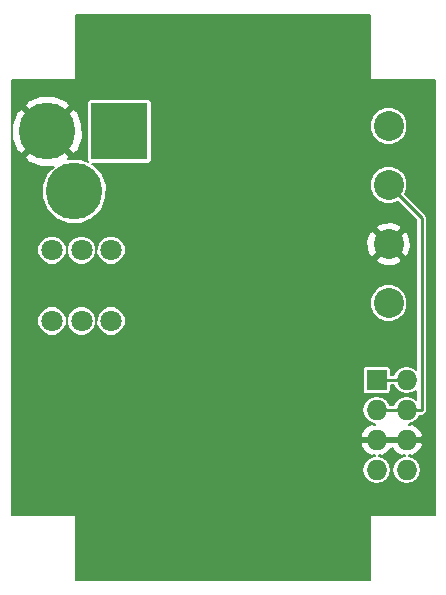
<source format=gbr>
%FSLAX46Y46*%
G04 Gerber Fmt 4.6, Leading zero omitted, Abs format (unit mm)*
G04 Created by KiCad (PCBNEW (2014-10-22 BZR 5214)-product) date Sun 11 Oct 2015 07:22:09 PM EDT*
%MOMM*%
G01*
G04 APERTURE LIST*
%ADD10C,0.200000*%
%ADD11R,1.727200X1.727200*%
%ADD12O,1.727200X1.727200*%
%ADD13C,1.800000*%
%ADD14C,2.540000*%
%ADD15C,4.800600*%
%ADD16R,4.800600X4.800600*%
%ADD17C,0.889000*%
%ADD18C,0.254000*%
%ADD19C,0.152400*%
G04 APERTURE END LIST*
D10*
D11*
X183000000Y-132000000D03*
D12*
X185540000Y-132000000D03*
X183000000Y-134540000D03*
X185540000Y-134540000D03*
X183000000Y-137080000D03*
X185540000Y-137080000D03*
X183000000Y-139620000D03*
X185540000Y-139620000D03*
D13*
X155500000Y-121000000D03*
X158000000Y-121000000D03*
X160500000Y-121000000D03*
X155500000Y-127000000D03*
X158000000Y-127000000D03*
X160500000Y-127000000D03*
D14*
X184000000Y-120500000D03*
X184000000Y-115500000D03*
X184000000Y-110500000D03*
X184000000Y-125500000D03*
D15*
X155100000Y-110950000D03*
D16*
X161196000Y-110950000D03*
D15*
X157386000Y-116030000D03*
D17*
X174653700Y-108883000D03*
X174000000Y-123517000D03*
X153900000Y-135400000D03*
X153900000Y-139400000D03*
X174835000Y-135853300D03*
X173060900Y-141995500D03*
X170928800Y-144781100D03*
X154250000Y-131658500D03*
X174647700Y-117316400D03*
X178000000Y-134822900D03*
X171640000Y-110271300D03*
D18*
X185540000Y-132000000D02*
X183000000Y-132000000D01*
X183000000Y-134540000D02*
X184244900Y-134540000D01*
X185540000Y-133917500D02*
X185050000Y-134550000D01*
X185050000Y-134550000D02*
X184244900Y-134540000D01*
X185540000Y-133917500D02*
X185550000Y-134500000D01*
X185540000Y-134540000D02*
X185540000Y-133917500D01*
X184000000Y-115500000D02*
X186787400Y-118287400D01*
X186787400Y-118287400D02*
X186800000Y-134550000D01*
X186800000Y-134550000D02*
X185500000Y-134550000D01*
X185500000Y-134550000D02*
X185550000Y-134500000D01*
D19*
G36*
X187923800Y-143423800D02*
X187257200Y-143423800D01*
X187257200Y-134550000D01*
X187257164Y-134549823D01*
X187257200Y-134549646D01*
X187244600Y-118287400D01*
X187244600Y-118287046D01*
X187227197Y-118199913D01*
X187209798Y-118112437D01*
X187209697Y-118112286D01*
X187209662Y-118112110D01*
X187160484Y-118038634D01*
X187110689Y-117964111D01*
X185414007Y-116267429D01*
X185599922Y-115819696D01*
X185600477Y-115183097D01*
X185600477Y-110183097D01*
X185357375Y-109594744D01*
X184907624Y-109144207D01*
X184319696Y-108900078D01*
X183683097Y-108899523D01*
X183094744Y-109142625D01*
X182644207Y-109592376D01*
X182400078Y-110180304D01*
X182399523Y-110816903D01*
X182642625Y-111405256D01*
X183092376Y-111855793D01*
X183680304Y-112099922D01*
X184316903Y-112100477D01*
X184905256Y-111857375D01*
X185355793Y-111407624D01*
X185599922Y-110819696D01*
X185600477Y-110183097D01*
X185600477Y-115183097D01*
X185357375Y-114594744D01*
X184907624Y-114144207D01*
X184319696Y-113900078D01*
X183683097Y-113899523D01*
X183094744Y-114142625D01*
X182644207Y-114592376D01*
X182400078Y-115180304D01*
X182399523Y-115816903D01*
X182642625Y-116405256D01*
X183092376Y-116855793D01*
X183680304Y-117099922D01*
X184316903Y-117100477D01*
X184767653Y-116914231D01*
X186330346Y-118476924D01*
X186340135Y-131110822D01*
X186020235Y-130897073D01*
X185871650Y-130867517D01*
X185871650Y-120766491D01*
X185831161Y-120029956D01*
X185627198Y-119537545D01*
X185352831Y-119398616D01*
X185101384Y-119650063D01*
X185101384Y-119147169D01*
X184962455Y-118872802D01*
X184266491Y-118628350D01*
X183529956Y-118668839D01*
X183037545Y-118872802D01*
X182898616Y-119147169D01*
X184000000Y-120248553D01*
X185101384Y-119147169D01*
X185101384Y-119650063D01*
X184251447Y-120500000D01*
X185352831Y-121601384D01*
X185627198Y-121462455D01*
X185871650Y-120766491D01*
X185871650Y-130867517D01*
X185600477Y-130813577D01*
X185600477Y-125183097D01*
X185357375Y-124594744D01*
X185101384Y-124338305D01*
X185101384Y-121852831D01*
X184000000Y-120751447D01*
X183748553Y-121002894D01*
X183748553Y-120500000D01*
X182647169Y-119398616D01*
X182372802Y-119537545D01*
X182128350Y-120233509D01*
X182168839Y-120970044D01*
X182372802Y-121462455D01*
X182647169Y-121601384D01*
X183748553Y-120500000D01*
X183748553Y-121002894D01*
X182898616Y-121852831D01*
X183037545Y-122127198D01*
X183733509Y-122371650D01*
X184470044Y-122331161D01*
X184962455Y-122127198D01*
X185101384Y-121852831D01*
X185101384Y-124338305D01*
X184907624Y-124144207D01*
X184319696Y-123900078D01*
X183683097Y-123899523D01*
X183094744Y-124142625D01*
X182644207Y-124592376D01*
X182400078Y-125180304D01*
X182399523Y-125816903D01*
X182642625Y-126405256D01*
X183092376Y-126855793D01*
X183680304Y-127099922D01*
X184316903Y-127100477D01*
X184905256Y-126857375D01*
X185355793Y-126407624D01*
X185599922Y-125819696D01*
X185600477Y-125183097D01*
X185600477Y-130813577D01*
X185563388Y-130806200D01*
X185516612Y-130806200D01*
X185059765Y-130897073D01*
X184672468Y-131155856D01*
X184413920Y-131542800D01*
X184193800Y-131542800D01*
X184193800Y-131070719D01*
X184143530Y-130949357D01*
X184050643Y-130856470D01*
X183929281Y-130806200D01*
X183797919Y-130806200D01*
X182070719Y-130806200D01*
X181949357Y-130856470D01*
X181856470Y-130949357D01*
X181806200Y-131070719D01*
X181806200Y-131202081D01*
X181806200Y-132929281D01*
X181856470Y-133050643D01*
X181949357Y-133143530D01*
X182070719Y-133193800D01*
X182202081Y-133193800D01*
X183929281Y-133193800D01*
X184050643Y-133143530D01*
X184143530Y-133050643D01*
X184193800Y-132929281D01*
X184193800Y-132797919D01*
X184193800Y-132457200D01*
X184413920Y-132457200D01*
X184672468Y-132844144D01*
X185059765Y-133102927D01*
X185516612Y-133193800D01*
X185563388Y-133193800D01*
X186020235Y-133102927D01*
X186341512Y-132888256D01*
X186342104Y-133652138D01*
X186020235Y-133437073D01*
X185563388Y-133346200D01*
X185516612Y-133346200D01*
X185059765Y-133437073D01*
X184672468Y-133695856D01*
X184413685Y-134083153D01*
X184413346Y-134084856D01*
X184250578Y-134082835D01*
X184247734Y-134083363D01*
X184244900Y-134082800D01*
X184126079Y-134082800D01*
X183867532Y-133695856D01*
X183480235Y-133437073D01*
X183023388Y-133346200D01*
X182976612Y-133346200D01*
X182519765Y-133437073D01*
X182132468Y-133695856D01*
X181873685Y-134083153D01*
X181782812Y-134540000D01*
X181873685Y-134996847D01*
X182132468Y-135384144D01*
X182519765Y-135642927D01*
X182822198Y-135703084D01*
X182822198Y-135789194D01*
X182599615Y-135688649D01*
X182097646Y-135947780D01*
X181733052Y-136379281D01*
X181608663Y-136679618D01*
X181710450Y-136902200D01*
X182822200Y-136902200D01*
X182822200Y-136882200D01*
X183177800Y-136882200D01*
X183177800Y-136902200D01*
X184250450Y-136902200D01*
X184289550Y-136902200D01*
X185362200Y-136902200D01*
X185362200Y-136882200D01*
X185717800Y-136882200D01*
X185717800Y-136902200D01*
X186829550Y-136902200D01*
X186931337Y-136679618D01*
X186806948Y-136379281D01*
X186442354Y-135947780D01*
X185940385Y-135688649D01*
X185717802Y-135789194D01*
X185717802Y-135703084D01*
X186020235Y-135642927D01*
X186407532Y-135384144D01*
X186659397Y-135007200D01*
X186800000Y-135007200D01*
X186800176Y-135007164D01*
X186800354Y-135007200D01*
X186887486Y-134989797D01*
X186974963Y-134972398D01*
X186975113Y-134972297D01*
X186975290Y-134972262D01*
X187049209Y-134922787D01*
X187123289Y-134873289D01*
X187123388Y-134873139D01*
X187123539Y-134873039D01*
X187172874Y-134799079D01*
X187222398Y-134724963D01*
X187222433Y-134724785D01*
X187222533Y-134724636D01*
X187239809Y-134637426D01*
X187257200Y-134550000D01*
X187257200Y-143423800D01*
X186931337Y-143423800D01*
X186931337Y-137480382D01*
X186829550Y-137257800D01*
X185717800Y-137257800D01*
X185717800Y-137277800D01*
X185362200Y-137277800D01*
X185362200Y-137257800D01*
X184289550Y-137257800D01*
X184250450Y-137257800D01*
X183177800Y-137257800D01*
X183177800Y-137277800D01*
X182822200Y-137277800D01*
X182822200Y-137257800D01*
X181710450Y-137257800D01*
X181608663Y-137480382D01*
X181733052Y-137780719D01*
X182097646Y-138212220D01*
X182599615Y-138471351D01*
X182822198Y-138370805D01*
X182822198Y-138456914D01*
X182519765Y-138517073D01*
X182132468Y-138775856D01*
X181873685Y-139163153D01*
X181782812Y-139620000D01*
X181873685Y-140076847D01*
X182132468Y-140464144D01*
X182519765Y-140722927D01*
X182976612Y-140813800D01*
X183023388Y-140813800D01*
X183480235Y-140722927D01*
X183867532Y-140464144D01*
X184126315Y-140076847D01*
X184217188Y-139620000D01*
X184126315Y-139163153D01*
X183867532Y-138775856D01*
X183480235Y-138517073D01*
X183177802Y-138456915D01*
X183177802Y-138370805D01*
X183400385Y-138471351D01*
X183902354Y-138212220D01*
X184266948Y-137780719D01*
X184270000Y-137773349D01*
X184273052Y-137780719D01*
X184637646Y-138212220D01*
X185139615Y-138471351D01*
X185362198Y-138370805D01*
X185362198Y-138456914D01*
X185059765Y-138517073D01*
X184672468Y-138775856D01*
X184413685Y-139163153D01*
X184322812Y-139620000D01*
X184413685Y-140076847D01*
X184672468Y-140464144D01*
X185059765Y-140722927D01*
X185516612Y-140813800D01*
X185563388Y-140813800D01*
X186020235Y-140722927D01*
X186407532Y-140464144D01*
X186666315Y-140076847D01*
X186757188Y-139620000D01*
X186666315Y-139163153D01*
X186407532Y-138775856D01*
X186020235Y-138517073D01*
X185717802Y-138456915D01*
X185717802Y-138370805D01*
X185940385Y-138471351D01*
X186442354Y-138212220D01*
X186806948Y-137780719D01*
X186931337Y-137480382D01*
X186931337Y-143423800D01*
X186757188Y-143423800D01*
X184217188Y-143423800D01*
X182423800Y-143423800D01*
X182423800Y-148923800D01*
X163926500Y-148923800D01*
X163926500Y-113415981D01*
X163926500Y-113284619D01*
X163926500Y-108484019D01*
X163876230Y-108362657D01*
X163783343Y-108269770D01*
X163661981Y-108219500D01*
X163530619Y-108219500D01*
X158730019Y-108219500D01*
X158608657Y-108269770D01*
X158515770Y-108362657D01*
X158465500Y-108484019D01*
X158465500Y-108615381D01*
X158465500Y-113415981D01*
X158515770Y-113537343D01*
X158524724Y-113546297D01*
X158095343Y-113368002D01*
X158095343Y-111486266D01*
X158072557Y-110299178D01*
X157662117Y-109308286D01*
X157270294Y-109031153D01*
X157018847Y-109282600D01*
X157018847Y-108779706D01*
X156741714Y-108387883D01*
X155636266Y-107954657D01*
X154449178Y-107977443D01*
X153458286Y-108387883D01*
X153181153Y-108779706D01*
X155100000Y-110698553D01*
X157018847Y-108779706D01*
X157018847Y-109282600D01*
X155351447Y-110950000D01*
X157270294Y-112868847D01*
X157662117Y-112591714D01*
X158095343Y-111486266D01*
X158095343Y-113368002D01*
X157931513Y-113299975D01*
X156892401Y-113299068D01*
X157018847Y-113120294D01*
X155100000Y-111201447D01*
X154848553Y-111452894D01*
X154848553Y-110950000D01*
X152929706Y-109031153D01*
X152537883Y-109308286D01*
X152104657Y-110413734D01*
X152127443Y-111600822D01*
X152537883Y-112591714D01*
X152929706Y-112868847D01*
X154848553Y-110950000D01*
X154848553Y-111452894D01*
X153181153Y-113120294D01*
X153458286Y-113512117D01*
X154563734Y-113945343D01*
X155629914Y-113924877D01*
X155072544Y-114481276D01*
X154655975Y-115484487D01*
X154655027Y-116570747D01*
X155069845Y-117574684D01*
X155837276Y-118343456D01*
X156840487Y-118760025D01*
X157926747Y-118760973D01*
X158930684Y-118346155D01*
X159699456Y-117578724D01*
X160116025Y-116575513D01*
X160116973Y-115489253D01*
X159702155Y-114485316D01*
X158934724Y-113716544D01*
X158847920Y-113680500D01*
X158861381Y-113680500D01*
X163661981Y-113680500D01*
X163783343Y-113630230D01*
X163876230Y-113537343D01*
X163926500Y-113415981D01*
X163926500Y-148923800D01*
X161730413Y-148923800D01*
X161730413Y-126756372D01*
X161730413Y-120756372D01*
X161543521Y-120304058D01*
X161197762Y-119957695D01*
X160745775Y-119770014D01*
X160256372Y-119769587D01*
X159804058Y-119956479D01*
X159457695Y-120302238D01*
X159270014Y-120754225D01*
X159269587Y-121243628D01*
X159456479Y-121695942D01*
X159802238Y-122042305D01*
X160254225Y-122229986D01*
X160743628Y-122230413D01*
X161195942Y-122043521D01*
X161542305Y-121697762D01*
X161729986Y-121245775D01*
X161730413Y-120756372D01*
X161730413Y-126756372D01*
X161543521Y-126304058D01*
X161197762Y-125957695D01*
X160745775Y-125770014D01*
X160256372Y-125769587D01*
X159804058Y-125956479D01*
X159457695Y-126302238D01*
X159270014Y-126754225D01*
X159269587Y-127243628D01*
X159456479Y-127695942D01*
X159802238Y-128042305D01*
X160254225Y-128229986D01*
X160743628Y-128230413D01*
X161195942Y-128043521D01*
X161542305Y-127697762D01*
X161729986Y-127245775D01*
X161730413Y-126756372D01*
X161730413Y-148923800D01*
X159230413Y-148923800D01*
X159230413Y-126756372D01*
X159230413Y-120756372D01*
X159043521Y-120304058D01*
X158697762Y-119957695D01*
X158245775Y-119770014D01*
X157756372Y-119769587D01*
X157304058Y-119956479D01*
X156957695Y-120302238D01*
X156770014Y-120754225D01*
X156769587Y-121243628D01*
X156956479Y-121695942D01*
X157302238Y-122042305D01*
X157754225Y-122229986D01*
X158243628Y-122230413D01*
X158695942Y-122043521D01*
X159042305Y-121697762D01*
X159229986Y-121245775D01*
X159230413Y-120756372D01*
X159230413Y-126756372D01*
X159043521Y-126304058D01*
X158697762Y-125957695D01*
X158245775Y-125770014D01*
X157756372Y-125769587D01*
X157304058Y-125956479D01*
X156957695Y-126302238D01*
X156770014Y-126754225D01*
X156769587Y-127243628D01*
X156956479Y-127695942D01*
X157302238Y-128042305D01*
X157754225Y-128229986D01*
X158243628Y-128230413D01*
X158695942Y-128043521D01*
X159042305Y-127697762D01*
X159229986Y-127245775D01*
X159230413Y-126756372D01*
X159230413Y-148923800D01*
X157576200Y-148923800D01*
X157576200Y-143423800D01*
X156730413Y-143423800D01*
X156730413Y-126756372D01*
X156730413Y-120756372D01*
X156543521Y-120304058D01*
X156197762Y-119957695D01*
X155745775Y-119770014D01*
X155256372Y-119769587D01*
X154804058Y-119956479D01*
X154457695Y-120302238D01*
X154270014Y-120754225D01*
X154269587Y-121243628D01*
X154456479Y-121695942D01*
X154802238Y-122042305D01*
X155254225Y-122229986D01*
X155743628Y-122230413D01*
X156195942Y-122043521D01*
X156542305Y-121697762D01*
X156729986Y-121245775D01*
X156730413Y-120756372D01*
X156730413Y-126756372D01*
X156543521Y-126304058D01*
X156197762Y-125957695D01*
X155745775Y-125770014D01*
X155256372Y-125769587D01*
X154804058Y-125956479D01*
X154457695Y-126302238D01*
X154270014Y-126754225D01*
X154269587Y-127243628D01*
X154456479Y-127695942D01*
X154802238Y-128042305D01*
X155254225Y-128229986D01*
X155743628Y-128230413D01*
X156195942Y-128043521D01*
X156542305Y-127697762D01*
X156729986Y-127245775D01*
X156730413Y-126756372D01*
X156730413Y-143423800D01*
X152076200Y-143423800D01*
X152076200Y-106576200D01*
X157576200Y-106576200D01*
X157576200Y-101076200D01*
X182423800Y-101076200D01*
X182423800Y-106576200D01*
X187923800Y-106576200D01*
X187923800Y-143423800D01*
X187923800Y-143423800D01*
G37*
X187923800Y-143423800D02*
X187257200Y-143423800D01*
X187257200Y-134550000D01*
X187257164Y-134549823D01*
X187257200Y-134549646D01*
X187244600Y-118287400D01*
X187244600Y-118287046D01*
X187227197Y-118199913D01*
X187209798Y-118112437D01*
X187209697Y-118112286D01*
X187209662Y-118112110D01*
X187160484Y-118038634D01*
X187110689Y-117964111D01*
X185414007Y-116267429D01*
X185599922Y-115819696D01*
X185600477Y-115183097D01*
X185600477Y-110183097D01*
X185357375Y-109594744D01*
X184907624Y-109144207D01*
X184319696Y-108900078D01*
X183683097Y-108899523D01*
X183094744Y-109142625D01*
X182644207Y-109592376D01*
X182400078Y-110180304D01*
X182399523Y-110816903D01*
X182642625Y-111405256D01*
X183092376Y-111855793D01*
X183680304Y-112099922D01*
X184316903Y-112100477D01*
X184905256Y-111857375D01*
X185355793Y-111407624D01*
X185599922Y-110819696D01*
X185600477Y-110183097D01*
X185600477Y-115183097D01*
X185357375Y-114594744D01*
X184907624Y-114144207D01*
X184319696Y-113900078D01*
X183683097Y-113899523D01*
X183094744Y-114142625D01*
X182644207Y-114592376D01*
X182400078Y-115180304D01*
X182399523Y-115816903D01*
X182642625Y-116405256D01*
X183092376Y-116855793D01*
X183680304Y-117099922D01*
X184316903Y-117100477D01*
X184767653Y-116914231D01*
X186330346Y-118476924D01*
X186340135Y-131110822D01*
X186020235Y-130897073D01*
X185871650Y-130867517D01*
X185871650Y-120766491D01*
X185831161Y-120029956D01*
X185627198Y-119537545D01*
X185352831Y-119398616D01*
X185101384Y-119650063D01*
X185101384Y-119147169D01*
X184962455Y-118872802D01*
X184266491Y-118628350D01*
X183529956Y-118668839D01*
X183037545Y-118872802D01*
X182898616Y-119147169D01*
X184000000Y-120248553D01*
X185101384Y-119147169D01*
X185101384Y-119650063D01*
X184251447Y-120500000D01*
X185352831Y-121601384D01*
X185627198Y-121462455D01*
X185871650Y-120766491D01*
X185871650Y-130867517D01*
X185600477Y-130813577D01*
X185600477Y-125183097D01*
X185357375Y-124594744D01*
X185101384Y-124338305D01*
X185101384Y-121852831D01*
X184000000Y-120751447D01*
X183748553Y-121002894D01*
X183748553Y-120500000D01*
X182647169Y-119398616D01*
X182372802Y-119537545D01*
X182128350Y-120233509D01*
X182168839Y-120970044D01*
X182372802Y-121462455D01*
X182647169Y-121601384D01*
X183748553Y-120500000D01*
X183748553Y-121002894D01*
X182898616Y-121852831D01*
X183037545Y-122127198D01*
X183733509Y-122371650D01*
X184470044Y-122331161D01*
X184962455Y-122127198D01*
X185101384Y-121852831D01*
X185101384Y-124338305D01*
X184907624Y-124144207D01*
X184319696Y-123900078D01*
X183683097Y-123899523D01*
X183094744Y-124142625D01*
X182644207Y-124592376D01*
X182400078Y-125180304D01*
X182399523Y-125816903D01*
X182642625Y-126405256D01*
X183092376Y-126855793D01*
X183680304Y-127099922D01*
X184316903Y-127100477D01*
X184905256Y-126857375D01*
X185355793Y-126407624D01*
X185599922Y-125819696D01*
X185600477Y-125183097D01*
X185600477Y-130813577D01*
X185563388Y-130806200D01*
X185516612Y-130806200D01*
X185059765Y-130897073D01*
X184672468Y-131155856D01*
X184413920Y-131542800D01*
X184193800Y-131542800D01*
X184193800Y-131070719D01*
X184143530Y-130949357D01*
X184050643Y-130856470D01*
X183929281Y-130806200D01*
X183797919Y-130806200D01*
X182070719Y-130806200D01*
X181949357Y-130856470D01*
X181856470Y-130949357D01*
X181806200Y-131070719D01*
X181806200Y-131202081D01*
X181806200Y-132929281D01*
X181856470Y-133050643D01*
X181949357Y-133143530D01*
X182070719Y-133193800D01*
X182202081Y-133193800D01*
X183929281Y-133193800D01*
X184050643Y-133143530D01*
X184143530Y-133050643D01*
X184193800Y-132929281D01*
X184193800Y-132797919D01*
X184193800Y-132457200D01*
X184413920Y-132457200D01*
X184672468Y-132844144D01*
X185059765Y-133102927D01*
X185516612Y-133193800D01*
X185563388Y-133193800D01*
X186020235Y-133102927D01*
X186341512Y-132888256D01*
X186342104Y-133652138D01*
X186020235Y-133437073D01*
X185563388Y-133346200D01*
X185516612Y-133346200D01*
X185059765Y-133437073D01*
X184672468Y-133695856D01*
X184413685Y-134083153D01*
X184413346Y-134084856D01*
X184250578Y-134082835D01*
X184247734Y-134083363D01*
X184244900Y-134082800D01*
X184126079Y-134082800D01*
X183867532Y-133695856D01*
X183480235Y-133437073D01*
X183023388Y-133346200D01*
X182976612Y-133346200D01*
X182519765Y-133437073D01*
X182132468Y-133695856D01*
X181873685Y-134083153D01*
X181782812Y-134540000D01*
X181873685Y-134996847D01*
X182132468Y-135384144D01*
X182519765Y-135642927D01*
X182822198Y-135703084D01*
X182822198Y-135789194D01*
X182599615Y-135688649D01*
X182097646Y-135947780D01*
X181733052Y-136379281D01*
X181608663Y-136679618D01*
X181710450Y-136902200D01*
X182822200Y-136902200D01*
X182822200Y-136882200D01*
X183177800Y-136882200D01*
X183177800Y-136902200D01*
X184250450Y-136902200D01*
X184289550Y-136902200D01*
X185362200Y-136902200D01*
X185362200Y-136882200D01*
X185717800Y-136882200D01*
X185717800Y-136902200D01*
X186829550Y-136902200D01*
X186931337Y-136679618D01*
X186806948Y-136379281D01*
X186442354Y-135947780D01*
X185940385Y-135688649D01*
X185717802Y-135789194D01*
X185717802Y-135703084D01*
X186020235Y-135642927D01*
X186407532Y-135384144D01*
X186659397Y-135007200D01*
X186800000Y-135007200D01*
X186800176Y-135007164D01*
X186800354Y-135007200D01*
X186887486Y-134989797D01*
X186974963Y-134972398D01*
X186975113Y-134972297D01*
X186975290Y-134972262D01*
X187049209Y-134922787D01*
X187123289Y-134873289D01*
X187123388Y-134873139D01*
X187123539Y-134873039D01*
X187172874Y-134799079D01*
X187222398Y-134724963D01*
X187222433Y-134724785D01*
X187222533Y-134724636D01*
X187239809Y-134637426D01*
X187257200Y-134550000D01*
X187257200Y-143423800D01*
X186931337Y-143423800D01*
X186931337Y-137480382D01*
X186829550Y-137257800D01*
X185717800Y-137257800D01*
X185717800Y-137277800D01*
X185362200Y-137277800D01*
X185362200Y-137257800D01*
X184289550Y-137257800D01*
X184250450Y-137257800D01*
X183177800Y-137257800D01*
X183177800Y-137277800D01*
X182822200Y-137277800D01*
X182822200Y-137257800D01*
X181710450Y-137257800D01*
X181608663Y-137480382D01*
X181733052Y-137780719D01*
X182097646Y-138212220D01*
X182599615Y-138471351D01*
X182822198Y-138370805D01*
X182822198Y-138456914D01*
X182519765Y-138517073D01*
X182132468Y-138775856D01*
X181873685Y-139163153D01*
X181782812Y-139620000D01*
X181873685Y-140076847D01*
X182132468Y-140464144D01*
X182519765Y-140722927D01*
X182976612Y-140813800D01*
X183023388Y-140813800D01*
X183480235Y-140722927D01*
X183867532Y-140464144D01*
X184126315Y-140076847D01*
X184217188Y-139620000D01*
X184126315Y-139163153D01*
X183867532Y-138775856D01*
X183480235Y-138517073D01*
X183177802Y-138456915D01*
X183177802Y-138370805D01*
X183400385Y-138471351D01*
X183902354Y-138212220D01*
X184266948Y-137780719D01*
X184270000Y-137773349D01*
X184273052Y-137780719D01*
X184637646Y-138212220D01*
X185139615Y-138471351D01*
X185362198Y-138370805D01*
X185362198Y-138456914D01*
X185059765Y-138517073D01*
X184672468Y-138775856D01*
X184413685Y-139163153D01*
X184322812Y-139620000D01*
X184413685Y-140076847D01*
X184672468Y-140464144D01*
X185059765Y-140722927D01*
X185516612Y-140813800D01*
X185563388Y-140813800D01*
X186020235Y-140722927D01*
X186407532Y-140464144D01*
X186666315Y-140076847D01*
X186757188Y-139620000D01*
X186666315Y-139163153D01*
X186407532Y-138775856D01*
X186020235Y-138517073D01*
X185717802Y-138456915D01*
X185717802Y-138370805D01*
X185940385Y-138471351D01*
X186442354Y-138212220D01*
X186806948Y-137780719D01*
X186931337Y-137480382D01*
X186931337Y-143423800D01*
X186757188Y-143423800D01*
X184217188Y-143423800D01*
X182423800Y-143423800D01*
X182423800Y-148923800D01*
X163926500Y-148923800D01*
X163926500Y-113415981D01*
X163926500Y-113284619D01*
X163926500Y-108484019D01*
X163876230Y-108362657D01*
X163783343Y-108269770D01*
X163661981Y-108219500D01*
X163530619Y-108219500D01*
X158730019Y-108219500D01*
X158608657Y-108269770D01*
X158515770Y-108362657D01*
X158465500Y-108484019D01*
X158465500Y-108615381D01*
X158465500Y-113415981D01*
X158515770Y-113537343D01*
X158524724Y-113546297D01*
X158095343Y-113368002D01*
X158095343Y-111486266D01*
X158072557Y-110299178D01*
X157662117Y-109308286D01*
X157270294Y-109031153D01*
X157018847Y-109282600D01*
X157018847Y-108779706D01*
X156741714Y-108387883D01*
X155636266Y-107954657D01*
X154449178Y-107977443D01*
X153458286Y-108387883D01*
X153181153Y-108779706D01*
X155100000Y-110698553D01*
X157018847Y-108779706D01*
X157018847Y-109282600D01*
X155351447Y-110950000D01*
X157270294Y-112868847D01*
X157662117Y-112591714D01*
X158095343Y-111486266D01*
X158095343Y-113368002D01*
X157931513Y-113299975D01*
X156892401Y-113299068D01*
X157018847Y-113120294D01*
X155100000Y-111201447D01*
X154848553Y-111452894D01*
X154848553Y-110950000D01*
X152929706Y-109031153D01*
X152537883Y-109308286D01*
X152104657Y-110413734D01*
X152127443Y-111600822D01*
X152537883Y-112591714D01*
X152929706Y-112868847D01*
X154848553Y-110950000D01*
X154848553Y-111452894D01*
X153181153Y-113120294D01*
X153458286Y-113512117D01*
X154563734Y-113945343D01*
X155629914Y-113924877D01*
X155072544Y-114481276D01*
X154655975Y-115484487D01*
X154655027Y-116570747D01*
X155069845Y-117574684D01*
X155837276Y-118343456D01*
X156840487Y-118760025D01*
X157926747Y-118760973D01*
X158930684Y-118346155D01*
X159699456Y-117578724D01*
X160116025Y-116575513D01*
X160116973Y-115489253D01*
X159702155Y-114485316D01*
X158934724Y-113716544D01*
X158847920Y-113680500D01*
X158861381Y-113680500D01*
X163661981Y-113680500D01*
X163783343Y-113630230D01*
X163876230Y-113537343D01*
X163926500Y-113415981D01*
X163926500Y-148923800D01*
X161730413Y-148923800D01*
X161730413Y-126756372D01*
X161730413Y-120756372D01*
X161543521Y-120304058D01*
X161197762Y-119957695D01*
X160745775Y-119770014D01*
X160256372Y-119769587D01*
X159804058Y-119956479D01*
X159457695Y-120302238D01*
X159270014Y-120754225D01*
X159269587Y-121243628D01*
X159456479Y-121695942D01*
X159802238Y-122042305D01*
X160254225Y-122229986D01*
X160743628Y-122230413D01*
X161195942Y-122043521D01*
X161542305Y-121697762D01*
X161729986Y-121245775D01*
X161730413Y-120756372D01*
X161730413Y-126756372D01*
X161543521Y-126304058D01*
X161197762Y-125957695D01*
X160745775Y-125770014D01*
X160256372Y-125769587D01*
X159804058Y-125956479D01*
X159457695Y-126302238D01*
X159270014Y-126754225D01*
X159269587Y-127243628D01*
X159456479Y-127695942D01*
X159802238Y-128042305D01*
X160254225Y-128229986D01*
X160743628Y-128230413D01*
X161195942Y-128043521D01*
X161542305Y-127697762D01*
X161729986Y-127245775D01*
X161730413Y-126756372D01*
X161730413Y-148923800D01*
X159230413Y-148923800D01*
X159230413Y-126756372D01*
X159230413Y-120756372D01*
X159043521Y-120304058D01*
X158697762Y-119957695D01*
X158245775Y-119770014D01*
X157756372Y-119769587D01*
X157304058Y-119956479D01*
X156957695Y-120302238D01*
X156770014Y-120754225D01*
X156769587Y-121243628D01*
X156956479Y-121695942D01*
X157302238Y-122042305D01*
X157754225Y-122229986D01*
X158243628Y-122230413D01*
X158695942Y-122043521D01*
X159042305Y-121697762D01*
X159229986Y-121245775D01*
X159230413Y-120756372D01*
X159230413Y-126756372D01*
X159043521Y-126304058D01*
X158697762Y-125957695D01*
X158245775Y-125770014D01*
X157756372Y-125769587D01*
X157304058Y-125956479D01*
X156957695Y-126302238D01*
X156770014Y-126754225D01*
X156769587Y-127243628D01*
X156956479Y-127695942D01*
X157302238Y-128042305D01*
X157754225Y-128229986D01*
X158243628Y-128230413D01*
X158695942Y-128043521D01*
X159042305Y-127697762D01*
X159229986Y-127245775D01*
X159230413Y-126756372D01*
X159230413Y-148923800D01*
X157576200Y-148923800D01*
X157576200Y-143423800D01*
X156730413Y-143423800D01*
X156730413Y-126756372D01*
X156730413Y-120756372D01*
X156543521Y-120304058D01*
X156197762Y-119957695D01*
X155745775Y-119770014D01*
X155256372Y-119769587D01*
X154804058Y-119956479D01*
X154457695Y-120302238D01*
X154270014Y-120754225D01*
X154269587Y-121243628D01*
X154456479Y-121695942D01*
X154802238Y-122042305D01*
X155254225Y-122229986D01*
X155743628Y-122230413D01*
X156195942Y-122043521D01*
X156542305Y-121697762D01*
X156729986Y-121245775D01*
X156730413Y-120756372D01*
X156730413Y-126756372D01*
X156543521Y-126304058D01*
X156197762Y-125957695D01*
X155745775Y-125770014D01*
X155256372Y-125769587D01*
X154804058Y-125956479D01*
X154457695Y-126302238D01*
X154270014Y-126754225D01*
X154269587Y-127243628D01*
X154456479Y-127695942D01*
X154802238Y-128042305D01*
X155254225Y-128229986D01*
X155743628Y-128230413D01*
X156195942Y-128043521D01*
X156542305Y-127697762D01*
X156729986Y-127245775D01*
X156730413Y-126756372D01*
X156730413Y-143423800D01*
X152076200Y-143423800D01*
X152076200Y-106576200D01*
X157576200Y-106576200D01*
X157576200Y-101076200D01*
X182423800Y-101076200D01*
X182423800Y-106576200D01*
X187923800Y-106576200D01*
X187923800Y-143423800D01*
M02*

</source>
